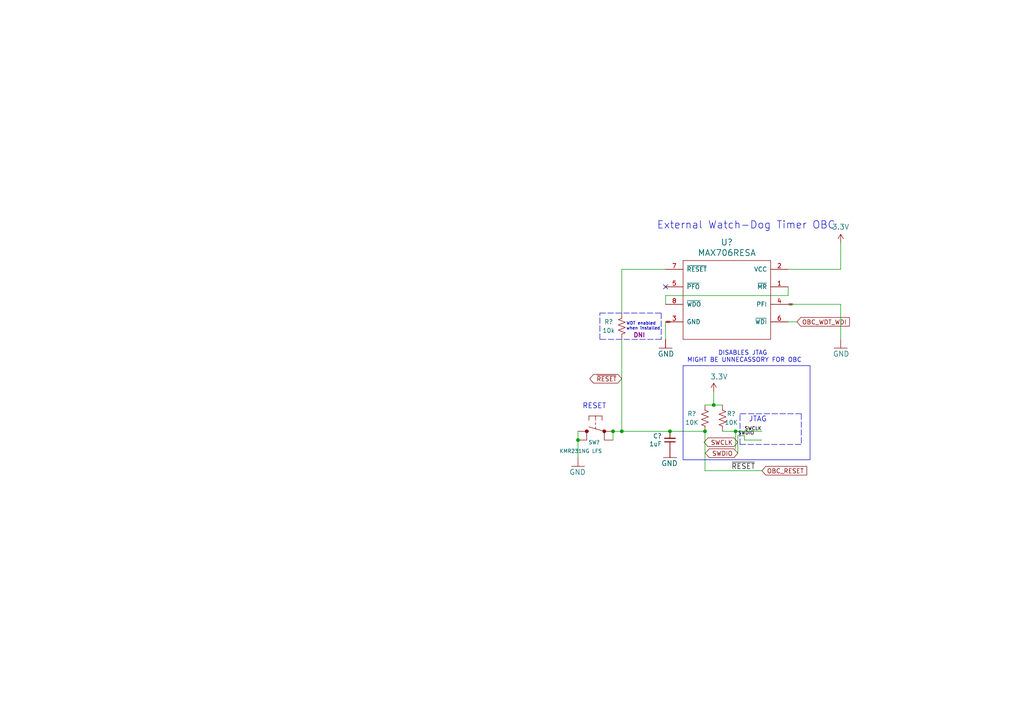
<source format=kicad_sch>
(kicad_sch (version 20231120) (generator "eeschema") (generator_version "8.0")
  (paper "A4")
  (lib_symbols
    (symbol "Device:R_US" (pin_numbers hide) (pin_names (offset 0))
      (property "Reference" "R" (at 2.54 0 90))
      (property "Value" "R_US" (at -2.54 0 90))
      (symbol "R_US_0_1"
        (polyline (pts (xy 0 -2.286) (xy 0 -2.54)))
        (polyline (pts (xy 0 2.286) (xy 0 2.54)))
        (polyline (pts (xy 0 -0.762) (xy 1.016 -1.143) (xy 0 -1.524) (xy -1.016 -1.905) (xy 0 -2.286)))
        (polyline (pts (xy 0 0.762) (xy 1.016 0.381) (xy 0 0) (xy -1.016 -0.381) (xy 0 -0.762)))
        (polyline (pts (xy 0 2.286) (xy 1.016 1.905) (xy 0 1.524) (xy -1.016 1.143) (xy 0 0.762)))
      )
      (symbol "R_US_1_1"
        (pin passive line (at 0 3.81 270) (length 1.27) (name "~") (number "1"))
        (pin passive line (at 0 -3.81 90) (length 1.27) (name "~") (number "2"))
      )
    )
    (symbol "mainboard:3.3V" (power) (pin_names (offset 1.016))
      (property "Value" "3.3V" (at -1.016 3.556 0))
      (symbol "3.3V_1_0"
        (polyline (pts (xy 0 2.54) (xy -0.762 1.27)))
        (polyline (pts (xy 0.762 1.27) (xy 0 2.54)))
        (pin power_in line (at 0 0 90) (length 2.54) (name "3.3V") (number "1"))
      )
    )
    (symbol "mainboard:C_Small" (pin_numbers hide) (pin_names (offset 0.254) hide)
      (property "Reference" "C" (at 0.254 1.778 0))
      (property "Value" "C_Small" (at 0.254 -2.032 0))
      (symbol "C_Small_0_1"
        (polyline (pts (xy -1.524 -0.508) (xy 1.524 -0.508)) (stroke (width 0.3302)))
        (polyline (pts (xy -1.524 0.508) (xy 1.524 0.508)) (stroke (width 0.3048)))
      )
      (symbol "C_Small_1_1"
        (pin passive line (at 0 2.54 270) (length 2.032) (name "~") (number "1"))
        (pin passive line (at 0 -2.54 90) (length 2.032) (name "~") (number "2"))
      )
    )
    (symbol "mainboard:GND" (power) (pin_names (offset 1.016))
      (property "Value" "GND" (at -2.54 -2.54 0))
      (symbol "GND_1_0"
        (polyline (pts (xy -1.905 0) (xy 1.905 0)))
        (pin power_in line (at 0 2.54 270) (length 2.54) (name "GND") (number "1"))
      )
    )
    (symbol "mainboard:MAX708RESA-T" (pin_names (offset 1.016))
      (property "Reference" "U" (at 15.5956 9.1186 0))
      (property "Value" "MAX708RESA-T" (at 14.9606 6.5786 0))
      (symbol "MAX708RESA-T_1_0"
        (polyline (pts (xy 7.62 -17.78) (xy 33.02 -17.78)))
        (polyline (pts (xy 7.62 5.08) (xy 7.62 -17.78)))
        (polyline (pts (xy 33.02 -17.78) (xy 33.02 5.08)))
        (polyline (pts (xy 33.02 5.08) (xy 7.62 5.08)))
        (pin input line (at 2.54 -2.54 0) (length 5.08) (name "~{MR}") (number "1"))
        (pin power_in line (at 2.54 2.54 0) (length 5.08) (name "VCC") (number "2"))
        (pin power_in line (at 38.1 -12.7 180) (length 5.08) (name "GND") (number "3"))
        (pin input line (at 2.54 -7.62 0) (length 5.08) (name "PFI") (number "4"))
        (pin output line (at 38.1 -2.54 180) (length 5.08) (name "~{PFO}") (number "5"))
        (pin input line (at 2.54 -12.7 0) (length 5.08) (name "~{WDI}") (number "6"))
        (pin output line (at 38.1 2.54 180) (length 5.08) (name "~{RESET}") (number "7"))
        (pin output line (at 38.1 -7.62 180) (length 5.08) (name "~{WDO}") (number "8"))
      )
    )
    (symbol "mainboard:SWITCH_SMT4.6X2.8" (pin_names (offset 1.016))
      (property "Reference" "SW" (at -2.54 6.35 0))
      (property "Value" "SWITCH_SMT4.6X2.8" (at -2.54 -5.08 0))
      (symbol "SWITCH_SMT4.6X2.8_1_0"
        (circle (center -2.54 0) (radius 0.127) (stroke (width 0.4064)))
        (polyline (pts (xy -2.54 -2.54) (xy -2.54 0)))
        (polyline (pts (xy -2.54 0) (xy 1.905 1.27)))
        (polyline (pts (xy -1.905 4.445) (xy -1.905 3.175)))
        (polyline (pts (xy 0 1.27) (xy 0 0.635)))
        (polyline (pts (xy 0 2.54) (xy 0 1.905)))
        (polyline (pts (xy 0 4.445) (xy -1.905 4.445)))
        (polyline (pts (xy 0 4.445) (xy 0 3.175)))
        (polyline (pts (xy 1.905 0) (xy 2.54 0)))
        (polyline (pts (xy 1.905 4.445) (xy 0 4.445)))
        (polyline (pts (xy 1.905 4.445) (xy 1.905 3.175)))
        (polyline (pts (xy 2.54 -2.54) (xy 2.54 0)))
        (circle (center 2.54 0) (radius 0.127) (stroke (width 0.4064)))
        (pin passive line (at -5.08 0 0) (length 2.54) (name "P") (number "A"))
        (pin passive line (at -5.08 -2.54 0) (length 2.54) (name "P1") (number "A'"))
        (pin passive line (at 5.08 0 180) (length 2.54) (name "S") (number "B"))
        (pin passive line (at 5.08 -2.54 180) (length 2.54) (name "S1") (number "B'"))
      )
    )
  )
  (junction (at 177.8 125.095))
  (junction (at 207.01 117.475))
  (junction (at 204.47 125.095))
  (junction (at 213.36 125.095))
  (junction (at 167.64 127.635))
  (junction (at 194.31 125.095))
  (junction (at 180.34 125.095))
  (no_connect (at 193.04 83.185))
  (wire (pts (xy 180.34 98.425) (xy 180.34 125.095)))
  (wire (pts (xy 213.995 126.365) (xy 215.9 126.365)))
  (wire (pts (xy 177.8 127.635) (xy 177.8 125.095)))
  (wire (pts (xy 207.01 117.475) (xy 209.55 117.475)))
  (wire (pts (xy 167.64 125.095) (xy 167.64 127.635)))
  (wire (pts (xy 220.98 136.525) (xy 204.47 136.525)))
  (wire (pts (xy 177.8 125.095) (xy 180.34 125.095)))
  (wire (pts (xy 180.34 125.095) (xy 194.31 125.095)))
  (polyline (pts (xy 232.41 120.015) (xy 214.63 120.015)) (stroke (width 0) (type dash)))
  (polyline (pts (xy 191.77 90.805) (xy 191.77 98.425)) (stroke (width 0) (type dash)))
  (wire (pts (xy 213.995 126.365) (xy 213.995 131.445)))
  (polyline (pts (xy 214.63 128.905) (xy 214.63 120.015)) (stroke (width 0) (type dash)))
  (wire (pts (xy 204.47 117.475) (xy 207.01 117.475)))
  (polyline (pts (xy 173.99 90.805) (xy 191.77 90.805)) (stroke (width 0) (type dash)))
  (polyline (pts (xy 173.99 98.425) (xy 173.99 90.805)) (stroke (width 0) (type dash)))
  (wire (pts (xy 243.84 78.105) (xy 228.6 78.105)))
  (polyline (pts (xy 214.63 120.015) (xy 215.265 120.015)) (stroke (width 0) (type dash)))
  (polyline (pts (xy 232.41 120.015) (xy 232.41 128.905)) (stroke (width 0) (type dash)))
  (wire (pts (xy 180.34 78.105) (xy 180.34 90.805)))
  (polyline (pts (xy 214.63 128.905) (xy 232.41 128.905)) (stroke (width 0) (type dash)))
  (wire (pts (xy 193.04 85.725) (xy 228.6 85.725)))
  (wire (pts (xy 213.36 125.095) (xy 220.98 125.095)))
  (wire (pts (xy 209.55 125.095) (xy 213.36 125.095)))
  (wire (pts (xy 204.47 136.525) (xy 204.47 125.095)))
  (wire (pts (xy 193.04 88.265) (xy 193.04 85.725)))
  (wire (pts (xy 243.84 78.105) (xy 243.84 70.485)))
  (wire (pts (xy 213.36 125.095) (xy 213.36 130.175)))
  (wire (pts (xy 193.04 78.105) (xy 180.34 78.105)))
  (wire (pts (xy 193.04 93.345) (xy 193.04 98.425)))
  (wire (pts (xy 243.84 88.265) (xy 243.84 98.425)))
  (wire (pts (xy 207.01 113.665) (xy 207.01 117.475)))
  (polyline (pts (xy 191.77 98.425) (xy 173.99 98.425)) (stroke (width 0) (type dash)))
  (wire (pts (xy 231.14 93.345) (xy 228.6 93.345)))
  (wire (pts (xy 228.6 85.725) (xy 228.6 83.185)))
  (wire (pts (xy 215.9 127.635) (xy 220.98 127.635)))
  (wire (pts (xy 194.31 125.095) (xy 204.47 125.095)))
  (wire (pts (xy 215.9 126.365) (xy 215.9 127.635)))
  (wire (pts (xy 167.64 127.635) (xy 167.64 132.715)))
  (wire (pts (xy 228.6 88.265) (xy 243.84 88.265)))
  (rectangle (start 198.12 106.045) (end 234.95 133.35))
  (text "DISABLES JTAG \nMIGHT BE UNNECASSORY FOR OBC\n" (at 215.9 103.505 0) (effects (font (size 1.27 1.27))))
  (text "WDT enabled\nwhen installed" (at 181.61 95.885 0) (effects (font (size 0.889 0.889)) (justify left bottom)))
  (text "RESET" (at 168.91 118.745 0) (effects (font (size 1.4986 1.4986)) (justify left bottom)))
  (text "JTAG\n" (at 217.17 122.555 0) (effects (font (size 1.4986 1.4986)) (justify left bottom)))
  (text "External Watch-Dog Timer OBC\n" (at 190.5 66.675 0) (effects (font (size 2.159 2.159)) (justify left bottom)))
  (label "SWDIO" (at 213.995 126.365 0) (effects (font (size 0.9906 0.9906))))
  (label "SWCLK" (at 215.9 125.095 0) (effects (font (size 0.9906 0.9906))))
  (label "~{RESET}" (at 212.09 136.525 0) (effects (font (size 1.4986 1.4986))))
  (global_label "~{RESET}" (shape bidirectional) (at 180.34 109.855 180) (property "Intersheetrefs" "${INTERSHEET_REFS}" (effects (hide yes))))
  (global_label "OBC_WDT_WDI" (shape input) (at 231.14 93.345 0) (property "Intersheetrefs" "${INTERSHEET_REFS}" (effects (hide yes))))
  (global_label "SWDIO" (shape bidirectional) (at 213.995 131.445 180) (property "Intersheetrefs" "${INTERSHEET_REFS}" (effects (hide yes))))
  (global_label "GND" (shape bidirectional) (at 193.04 93.345 0) (effects (font (size 0.254 0.254))) (property "Intersheetrefs" "${INTERSHEET_REFS}" (effects (hide yes))))
  (global_label "GND" (shape bidirectional) (at 228.6 88.265 0) (effects (font (size 0.254 0.254))) (property "Intersheetrefs" "${INTERSHEET_REFS}" (effects (hide yes))))
  (global_label "SWCLK" (shape bidirectional) (at 213.995 128.27 180) (property "Intersheetrefs" "${INTERSHEET_REFS}" (effects (hide yes))))
  (global_label "OBC_RESET" (shape input) (at 220.98 136.525 0) (property "Intersheetrefs" "${INTERSHEET_REFS}" (effects (hide yes))))
  (symbol (lib_id "Device:R_US") (at 209.55 121.285 0) (unit 1)
    (property "Reference" "R?" (at 212.09 120.015 0))
    (property "Value" "10K" (at 212.09 122.555 0))
    (property "Footprint" "Resistor_SMD:R_0603_1608Metric" (effects (hide yes)))
    (property "Description" "Resistor, US symbol" (effects (hide yes)))
    (property "JLCPCB Part#" "C115324" (effects (hide yes)))
  )
  (symbol (lib_id "Device:R_US") (at 180.34 94.615 0) (mirror x) (unit 1)
    (property "Reference" "R?" (at 176.53 93.345 0))
    (property "Value" "10k" (at 176.53 95.885 0))
    (property "Footprint" "Resistor_SMD:R_0603_1608Metric" (effects (hide yes)))
    (property "Description" "Resistor, US symbol" (effects (hide yes)))
    (property "DNI" "DNI" (at 185.42 97.155 0) (effects (font (bold yes))))
    (property "JLCPCB Part#" "C115324" (effects (hide yes)))
  )
  (symbol (lib_id "mainboard:GND") (at 167.64 135.255 0) (unit 1)
    (property "Reference" "#GND?" (effects (hide yes)))
    (property "Value" "GND" (at 165.1 137.795 0) (effects (font (size 1.4986 1.4986)) (justify left bottom)))
  )
  (symbol (lib_id "mainboard:3.3V") (at 243.84 70.485 0) (mirror y) (unit 1)
    (property "Reference" "#SUPPLY?" (effects (hide yes)))
    (property "Value" "3.3V" (at 246.38 66.675 0) (effects (font (size 1.4986 1.4986)) (justify left bottom)))
  )
  (symbol (lib_id "mainboard:GND") (at 194.31 132.715 0) (unit 1)
    (property "Reference" "#GND?" (effects (hide yes)))
    (property "Value" "GND" (at 191.77 135.255 0) (effects (font (size 1.4986 1.4986)) (justify left bottom)))
  )
  (symbol (lib_id "mainboard:MAX708RESA-T") (at 231.14 80.645 0) (mirror y) (unit 1)
    (property "Reference" "U?" (at 210.82 70.2818 0) (effects (font (size 1.7526 1.7526))))
    (property "Value" "MAX706RESA" (at 210.82 73.3298 0) (effects (font (size 1.7526 1.7526))))
    (property "Footprint" "Package_SO:SO-8_3.9x4.9mm_P1.27mm" (effects (hide yes)))
    (property "Datasheet" "https://datasheets.maximintegrated.com/en/ds/MAX706AP-MAX708T.pdf" (effects (hide yes)))
    (property "Description" "Watch-dog Timer" (effects (hide yes)))
    (property "Flight" "MAX706RESA" (effects (hide yes)))
    (property "Manufacturer_Name" "Maxim Integrated" (effects (hide yes)))
    (property "Manufacturer_Part_Number" "MAX706RESA" (effects (hide yes)))
    (property "Proto" "MAX706RESA" (effects (hide yes)))
    (property "JLCPCB Part#" "C3687309" (effects (hide yes)))
  )
  (symbol (lib_id "Device:R_US") (at 204.47 121.285 0) (unit 1)
    (property "Reference" "R?" (at 200.66 120.015 0))
    (property "Value" "10K" (at 200.66 122.555 0))
    (property "Footprint" "Resistor_SMD:R_0603_1608Metric" (effects (hide yes)))
    (property "Description" "Resistor, US symbol" (effects (hide yes)))
    (property "JLCPCB Part#" "C115324" (effects (hide yes)))
  )
  (symbol (lib_id "mainboard:GND") (at 193.04 100.965 0) (mirror y) (unit 1)
    (property "Reference" "#GND?" (effects (hide yes)))
    (property "Value" "GND" (at 195.58 103.505 0) (effects (font (size 1.4986 1.4986)) (justify left bottom)))
  )
  (symbol (lib_id "mainboard:C_Small") (at 194.31 127.635 0) (mirror x) (unit 1)
    (property "Reference" "C?" (at 191.9732 126.4666 0) (effects (justify right)))
    (property "Value" "1uF" (at 191.9732 128.778 0) (effects (justify right)))
    (property "Footprint" "Capacitor_SMD:C_0603_1608Metric" (effects (hide yes)))
    (property "Description" "1uF 0603 X7R" (effects (hide yes)))
    (property "JLCPCB Part#" "C1592" (effects (hide yes)))
  )
  (symbol (lib_id "mainboard:GND") (at 243.84 100.965 0) (mirror y) (unit 1)
    (property "Reference" "#GND?" (effects (hide yes)))
    (property "Value" "GND" (at 246.38 103.505 0) (effects (font (size 1.4986 1.4986)) (justify left bottom)))
  )
  (symbol (lib_id "mainboard:3.3V") (at 207.01 113.665 0) (unit 1)
    (property "Reference" "#SUPPLY?" (effects (hide yes)))
    (property "Value" "3.3V" (at 205.994 110.109 0) (effects (font (size 1.4986 1.4986)) (justify left bottom)))
  )
  (symbol (lib_id "mainboard:SWITCH_SMT4.6X2.8") (at 172.72 125.095 0) (mirror y) (unit 1)
    (property "Reference" "SW?" (at 173.99 128.905 0) (effects (font (size 1.0668 1.0668)) (justify left bottom)))
    (property "Value" "KMR231NG LFS" (at 174.625 131.445 0) (effects (font (size 1.0668 1.0668)) (justify left bottom)))
    (property "Footprint" "mainboard:BTN_KMR2_4.6X2.8" (effects (hide yes)))
    (property "Datasheet" "https://www.ckswitches.com/media/1479/kmr2.pdf" (effects (hide yes)))
    (property "Description" "Tactile Switch SPST-NO" (effects (hide yes)))
    (property "Flight" "KMR231NG LFS" (effects (hide yes)))
    (property "Manufacturer_Name" "C&K" (effects (hide yes)))
    (property "Manufacturer_Part_Number" "KMR231NG LFS" (effects (hide yes)))
    (property "Proto" "KMR231NG LFS" (effects (hide yes)))
    (property "JLCPCB Part#" "C221679" (effects (hide yes)))
  )
)
</source>
